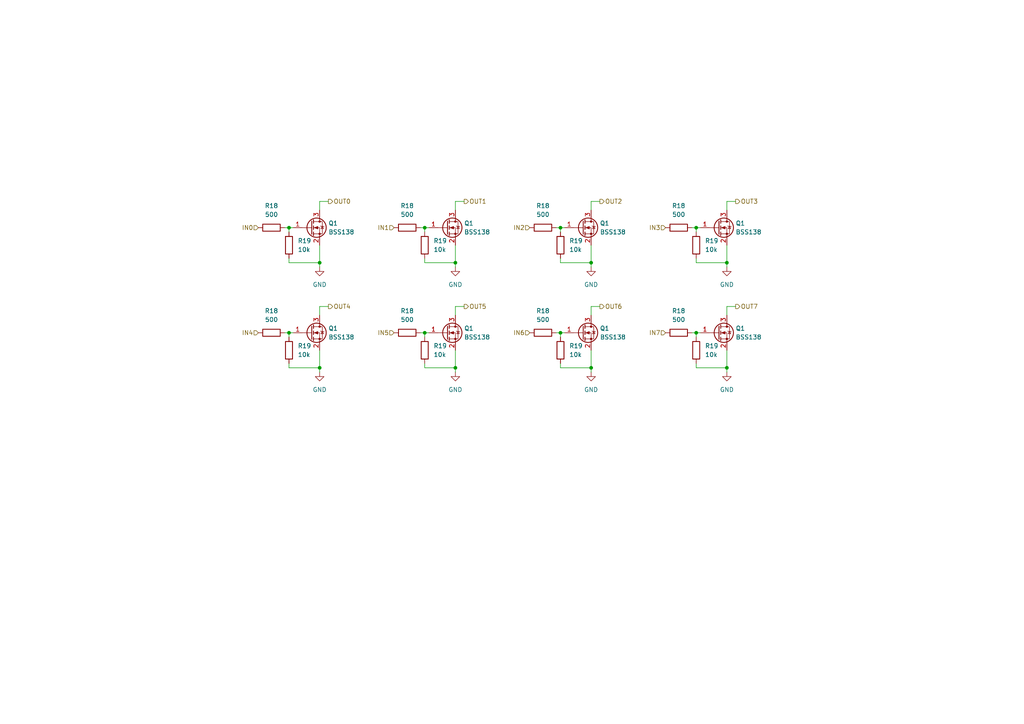
<source format=kicad_sch>
(kicad_sch (version 20230121) (generator eeschema)
  (paper "A4")
  (title_block (title "Volumetric Display") (date "2023-12-18") (rev "V1.0"))
  (lib_symbols
    (symbol "Device:R" (pin_numbers hide) (pin_names (offset 0))
      (property "Reference" "R" (at 2.032 0 90))
      (property "Value" "R" (at 0 0 90))
      (symbol "R_0_1"
        (rectangle (start -1.016 -2.54) (end 1.016 2.54) (stroke (width 0.254)))
      )
      (symbol "R_1_1"
        (pin passive line (at 0 3.81 270) (length 1.27) (name "~") (number "1"))
        (pin passive line (at 0 -3.81 90) (length 1.27) (name "~") (number "2"))
      )
    )
    (symbol "Transistor_FET:BSS138" (pin_names hide)
      (property "Reference" "Q" (at 5.08 1.905 0))
      (property "Value" "BSS138" (at 5.08 0 0))
      (symbol "BSS138_0_1"
        (polyline (pts (xy 0.254 0) (xy -2.54 0)))
        (polyline (pts (xy 0.254 1.905) (xy 0.254 -1.905)) (stroke (width 0.254)))
        (polyline (pts (xy 0.762 -1.27) (xy 0.762 -2.286)) (stroke (width 0.254)))
        (polyline (pts (xy 0.762 0.508) (xy 0.762 -0.508)) (stroke (width 0.254)))
        (polyline (pts (xy 0.762 2.286) (xy 0.762 1.27)) (stroke (width 0.254)))
        (polyline (pts (xy 2.54 2.54) (xy 2.54 1.778)))
        (polyline (pts (xy 2.54 -2.54) (xy 2.54 0) (xy 0.762 0)))
        (polyline (pts (xy 0.762 -1.778) (xy 3.302 -1.778) (xy 3.302 1.778) (xy 0.762 1.778)))
        (polyline (pts (xy 1.016 0) (xy 2.032 0.381) (xy 2.032 -0.381) (xy 1.016 0)) (fill (type outline)))
        (polyline (pts (xy 2.794 0.508) (xy 2.921 0.381) (xy 3.683 0.381) (xy 3.81 0.254)))
        (polyline (pts (xy 3.302 0.381) (xy 2.921 -0.254) (xy 3.683 -0.254) (xy 3.302 0.381)))
        (circle (center 1.651 0) (radius 2.794) (stroke (width 0.254)))
        (circle (center 2.54 -1.778) (radius 0.254) (fill (type outline)))
        (circle (center 2.54 1.778) (radius 0.254) (fill (type outline)))
      )
      (symbol "BSS138_1_1"
        (pin input line (at -5.08 0 0) (length 2.54) (name "G") (number "1"))
        (pin passive line (at 2.54 -5.08 90) (length 2.54) (name "S") (number "2"))
        (pin passive line (at 2.54 5.08 270) (length 2.54) (name "D") (number "3"))
      )
    )
    (symbol "power:GND" (power) (pin_names (offset 0))
      (property "Value" "GND" (at 0 -3.81 0))
      (symbol "GND_0_1"
        (polyline (pts (xy 0 0) (xy 0 -1.27) (xy 1.27 -1.27) (xy 0 -2.54) (xy -1.27 -1.27) (xy 0 -1.27)))
      )
      (symbol "GND_1_1"
        (pin power_in line (at 0 0 270) (length 0) hide (name "GND") (number "1"))
      )
    )
  )
  (junction (at 201.93 96.52))
  (junction (at 123.19 96.52))
  (junction (at 201.93 66.04))
  (junction (at 210.82 76.2))
  (junction (at 162.56 96.52))
  (junction (at 92.71 106.68))
  (junction (at 171.45 76.2))
  (junction (at 132.08 76.2))
  (junction (at 210.82 106.68))
  (junction (at 162.56 66.04))
  (junction (at 83.82 66.04))
  (junction (at 123.19 66.04))
  (junction (at 132.08 106.68))
  (junction (at 83.82 96.52))
  (junction (at 171.45 106.68))
  (junction (at 92.71 76.2))
  (wire (pts (xy 123.19 66.04) (xy 123.19 67.31)))
  (wire (pts (xy 201.93 74.93) (xy 201.93 76.2)))
  (wire (pts (xy 210.82 106.68) (xy 210.82 101.6)))
  (wire (pts (xy 83.82 105.41) (xy 83.82 106.68)))
  (wire (pts (xy 83.82 76.2) (xy 92.71 76.2)))
  (wire (pts (xy 121.92 66.04) (xy 123.19 66.04)))
  (wire (pts (xy 92.71 88.9) (xy 95.25 88.9)))
  (wire (pts (xy 83.82 96.52) (xy 83.82 97.79)))
  (wire (pts (xy 123.19 76.2) (xy 132.08 76.2)))
  (wire (pts (xy 83.82 106.68) (xy 92.71 106.68)))
  (wire (pts (xy 171.45 76.2) (xy 171.45 71.12)))
  (wire (pts (xy 132.08 106.68) (xy 132.08 101.6)))
  (wire (pts (xy 201.93 76.2) (xy 210.82 76.2)))
  (wire (pts (xy 83.82 66.04) (xy 83.82 67.31)))
  (wire (pts (xy 210.82 58.42) (xy 213.36 58.42)))
  (wire (pts (xy 171.45 91.44) (xy 171.45 88.9)))
  (wire (pts (xy 162.56 106.68) (xy 171.45 106.68)))
  (wire (pts (xy 83.82 96.52) (xy 85.09 96.52)))
  (wire (pts (xy 83.82 74.93) (xy 83.82 76.2)))
  (wire (pts (xy 123.19 96.52) (xy 124.46 96.52)))
  (wire (pts (xy 171.45 58.42) (xy 173.99 58.42)))
  (wire (pts (xy 201.93 66.04) (xy 201.93 67.31)))
  (wire (pts (xy 210.82 88.9) (xy 213.36 88.9)))
  (wire (pts (xy 162.56 66.04) (xy 163.83 66.04)))
  (wire (pts (xy 123.19 105.41) (xy 123.19 106.68)))
  (wire (pts (xy 132.08 91.44) (xy 132.08 88.9)))
  (wire (pts (xy 82.55 96.52) (xy 83.82 96.52)))
  (wire (pts (xy 92.71 106.68) (xy 92.71 101.6)))
  (wire (pts (xy 92.71 76.2) (xy 92.71 77.47)))
  (wire (pts (xy 171.45 106.68) (xy 171.45 107.95)))
  (wire (pts (xy 201.93 106.68) (xy 210.82 106.68)))
  (wire (pts (xy 171.45 106.68) (xy 171.45 101.6)))
  (wire (pts (xy 171.45 76.2) (xy 171.45 77.47)))
  (wire (pts (xy 132.08 76.2) (xy 132.08 71.12)))
  (wire (pts (xy 92.71 58.42) (xy 95.25 58.42)))
  (wire (pts (xy 83.82 66.04) (xy 85.09 66.04)))
  (wire (pts (xy 171.45 60.96) (xy 171.45 58.42)))
  (wire (pts (xy 92.71 106.68) (xy 92.71 107.95)))
  (wire (pts (xy 162.56 74.93) (xy 162.56 76.2)))
  (wire (pts (xy 162.56 66.04) (xy 162.56 67.31)))
  (wire (pts (xy 210.82 76.2) (xy 210.82 77.47)))
  (wire (pts (xy 121.92 96.52) (xy 123.19 96.52)))
  (wire (pts (xy 210.82 76.2) (xy 210.82 71.12)))
  (wire (pts (xy 162.56 96.52) (xy 163.83 96.52)))
  (wire (pts (xy 161.29 66.04) (xy 162.56 66.04)))
  (wire (pts (xy 132.08 88.9) (xy 134.62 88.9)))
  (wire (pts (xy 123.19 66.04) (xy 124.46 66.04)))
  (wire (pts (xy 123.19 96.52) (xy 123.19 97.79)))
  (wire (pts (xy 200.66 96.52) (xy 201.93 96.52)))
  (wire (pts (xy 201.93 96.52) (xy 203.2 96.52)))
  (wire (pts (xy 201.93 96.52) (xy 201.93 97.79)))
  (wire (pts (xy 132.08 58.42) (xy 134.62 58.42)))
  (wire (pts (xy 82.55 66.04) (xy 83.82 66.04)))
  (wire (pts (xy 210.82 91.44) (xy 210.82 88.9)))
  (wire (pts (xy 132.08 76.2) (xy 132.08 77.47)))
  (wire (pts (xy 171.45 88.9) (xy 173.99 88.9)))
  (wire (pts (xy 132.08 106.68) (xy 132.08 107.95)))
  (wire (pts (xy 210.82 106.68) (xy 210.82 107.95)))
  (wire (pts (xy 201.93 66.04) (xy 203.2 66.04)))
  (wire (pts (xy 162.56 105.41) (xy 162.56 106.68)))
  (wire (pts (xy 161.29 96.52) (xy 162.56 96.52)))
  (wire (pts (xy 162.56 76.2) (xy 171.45 76.2)))
  (wire (pts (xy 200.66 66.04) (xy 201.93 66.04)))
  (wire (pts (xy 210.82 60.96) (xy 210.82 58.42)))
  (wire (pts (xy 132.08 60.96) (xy 132.08 58.42)))
  (wire (pts (xy 92.71 60.96) (xy 92.71 58.42)))
  (wire (pts (xy 162.56 96.52) (xy 162.56 97.79)))
  (wire (pts (xy 123.19 106.68) (xy 132.08 106.68)))
  (wire (pts (xy 92.71 91.44) (xy 92.71 88.9)))
  (wire (pts (xy 92.71 76.2) (xy 92.71 71.12)))
  (wire (pts (xy 201.93 105.41) (xy 201.93 106.68)))
  (wire (pts (xy 123.19 74.93) (xy 123.19 76.2)))
  (hierarchical_label "IN5" (shape input) (at 114.3 96.52 180))
  (hierarchical_label "IN4" (shape input) (at 74.93 96.52 180))
  (hierarchical_label "OUT6" (shape output) (at 173.99 88.9 0))
  (hierarchical_label "IN0" (shape input) (at 74.93 66.04 180))
  (hierarchical_label "OUT3" (shape output) (at 213.36 58.42 0))
  (hierarchical_label "OUT5" (shape output) (at 134.62 88.9 0))
  (hierarchical_label "IN1" (shape input) (at 114.3 66.04 180))
  (hierarchical_label "OUT7" (shape output) (at 213.36 88.9 0))
  (hierarchical_label "IN6" (shape input) (at 153.67 96.52 180))
  (hierarchical_label "OUT0" (shape output) (at 95.25 58.42 0))
  (hierarchical_label "OUT2" (shape output) (at 173.99 58.42 0))
  (hierarchical_label "IN7" (shape input) (at 193.04 96.52 180))
  (hierarchical_label "OUT1" (shape output) (at 134.62 58.42 0))
  (hierarchical_label "IN3" (shape input) (at 193.04 66.04 180))
  (hierarchical_label "IN2" (shape input) (at 153.67 66.04 180))
  (hierarchical_label "OUT4" (shape output) (at 95.25 88.9 0))
  (symbol (lib_id "power:GND") (at 92.71 107.95 0) (unit 1)
    (property "Reference" "#PWR030" (effects hide))
    (property "Value" "GND" (at 92.71 113.03 0))
  )
  (symbol (lib_id "Device:R") (at 196.85 66.04 90) (unit 1)
    (property "Reference" "R18" (at 196.85 59.69 90))
    (property "Value" "500" (at 196.85 62.23 90))
    (property "Footprint" "Resistor_SMD:R_0603_1608Metric" (effects hide))
    (instances (project "volumetric-display" (path "" (reference "R18") (unit 1)) (path "" (reference "R20") (unit 1))))
  )
  (symbol (lib_id "Device:R") (at 201.93 101.6 0) (unit 1)
    (property "Reference" "R19" (at 204.47 100.33 0) (effects (justify left)))
    (property "Value" "10k" (at 204.47 102.87 0) (effects (justify left)))
    (property "Footprint" "Resistor_SMD:R_0603_1608Metric" (effects hide))
    (instances (project "volumetric-display" (path "" (reference "R19") (unit 1)) (path "" (reference "R32") (unit 1))))
  )
  (symbol (lib_id "power:GND") (at 132.08 77.47 0) (unit 1)
    (property "Reference" "#PWR027" (effects hide))
    (property "Value" "GND" (at 132.08 82.55 0))
  )
  (symbol (lib_id "power:GND") (at 210.82 77.47 0) (unit 1)
    (property "Reference" "#PWR029" (effects hide))
    (property "Value" "GND" (at 210.82 82.55 0))
  )
  (symbol (lib_id "Device:R") (at 83.82 71.12 0) (unit 1)
    (property "Reference" "R19" (at 86.36 69.85 0) (effects (justify left)))
    (property "Value" "10k" (at 86.36 72.39 0) (effects (justify left)))
    (property "Footprint" "Resistor_SMD:R_0603_1608Metric" (effects hide))
    (instances (project "volumetric-display" (path "" (reference "R19") (unit 1)) (path "" (reference "R21") (unit 1))))
  )
  (symbol (lib_id "power:GND") (at 132.08 107.95 0) (unit 1)
    (property "Reference" "#PWR031" (effects hide))
    (property "Value" "GND" (at 132.08 113.03 0))
  )
  (symbol (lib_id "Transistor_FET:BSS138") (at 168.91 96.52 0) (unit 1)
    (property "Reference" "Q1" (at 173.99 95.25 0) (effects (justify left)))
    (property "Value" "BSS138" (at 173.99 97.79 0) (effects (justify left)))
    (property "Footprint" "Package_TO_SOT_SMD:SOT-23" (effects hide))
    (property "Datasheet" "https://www.onsemi.com/pub/Collateral/BSS138-D.PDF" (effects hide))
    (instances (project "volumetric-display" (path "" (reference "Q1") (unit 1)) (path "" (reference "Q8") (unit 1))))
  )
  (symbol (lib_id "Device:R") (at 123.19 71.12 0) (unit 1)
    (property "Reference" "R19" (at 125.73 69.85 0) (effects (justify left)))
    (property "Value" "10k" (at 125.73 72.39 0) (effects (justify left)))
    (property "Footprint" "Resistor_SMD:R_0603_1608Metric" (effects hide))
    (instances (project "volumetric-display" (path "" (reference "R19") (unit 1)) (path "" (reference "R22") (unit 1))))
  )
  (symbol (lib_id "Device:R") (at 162.56 101.6 0) (unit 1)
    (property "Reference" "R19" (at 165.1 100.33 0) (effects (justify left)))
    (property "Value" "10k" (at 165.1 102.87 0) (effects (justify left)))
    (property "Footprint" "Resistor_SMD:R_0603_1608Metric" (effects hide))
    (instances (project "volumetric-display" (path "" (reference "R19") (unit 1)) (path "" (reference "R31") (unit 1))))
  )
  (symbol (lib_id "Device:R") (at 78.74 96.52 90) (unit 1)
    (property "Reference" "R18" (at 78.74 90.17 90))
    (property "Value" "500" (at 78.74 92.71 90))
    (property "Footprint" "Resistor_SMD:R_0603_1608Metric" (effects hide))
    (instances (project "volumetric-display" (path "" (reference "R18") (unit 1)) (path "" (reference "R25") (unit 1))))
  )
  (symbol (lib_id "Transistor_FET:BSS138") (at 208.28 66.04 0) (unit 1)
    (property "Reference" "Q1" (at 213.36 64.77 0) (effects (justify left)))
    (property "Value" "BSS138" (at 213.36 67.31 0) (effects (justify left)))
    (property "Footprint" "Package_TO_SOT_SMD:SOT-23" (effects hide))
    (property "Datasheet" "https://www.onsemi.com/pub/Collateral/BSS138-D.PDF" (effects hide))
    (instances (project "volumetric-display" (path "" (reference "Q1") (unit 1)) (path "" (reference "Q5") (unit 1))))
  )
  (symbol (lib_id "power:GND") (at 171.45 77.47 0) (unit 1)
    (property "Reference" "#PWR028" (effects hide))
    (property "Value" "GND" (at 171.45 82.55 0))
  )
  (symbol (lib_id "Device:R") (at 118.11 66.04 90) (unit 1)
    (property "Reference" "R18" (at 118.11 59.69 90))
    (property "Value" "500" (at 118.11 62.23 90))
    (property "Footprint" "Resistor_SMD:R_0603_1608Metric" (effects hide))
  )
  (symbol (lib_id "Device:R") (at 157.48 96.52 90) (unit 1)
    (property "Reference" "R18" (at 157.48 90.17 90))
    (property "Value" "500" (at 157.48 92.71 90))
    (property "Footprint" "Resistor_SMD:R_0603_1608Metric" (effects hide))
    (instances (project "volumetric-display" (path "" (reference "R18") (unit 1)) (path "" (reference "R27") (unit 1))))
  )
  (symbol (lib_id "Device:R") (at 123.19 101.6 0) (unit 1)
    (property "Reference" "R19" (at 125.73 100.33 0) (effects (justify left)))
    (property "Value" "10k" (at 125.73 102.87 0) (effects (justify left)))
    (property "Footprint" "Resistor_SMD:R_0603_1608Metric" (effects hide))
    (instances (project "volumetric-display" (path "" (reference "R19") (unit 1)) (path "" (reference "R30") (unit 1))))
  )
  (symbol (lib_id "Transistor_FET:BSS138") (at 129.54 66.04 0) (unit 1)
    (property "Reference" "Q1" (at 134.62 64.77 0) (effects (justify left)))
    (property "Value" "BSS138" (at 134.62 67.31 0) (effects (justify left)))
    (property "Footprint" "Package_TO_SOT_SMD:SOT-23" (effects hide))
    (property "Datasheet" "https://www.onsemi.com/pub/Collateral/BSS138-D.PDF" (effects hide))
    (instances (project "volumetric-display" (path "" (reference "Q1") (unit 1)) (path "" (reference "Q3") (unit 1))))
  )
  (symbol (lib_id "Transistor_FET:BSS138") (at 129.54 96.52 0) (unit 1)
    (property "Reference" "Q1" (at 134.62 95.25 0) (effects (justify left)))
    (property "Value" "BSS138" (at 134.62 97.79 0) (effects (justify left)))
    (property "Footprint" "Package_TO_SOT_SMD:SOT-23" (effects hide))
    (property "Datasheet" "https://www.onsemi.com/pub/Collateral/BSS138-D.PDF" (effects hide))
    (instances (project "volumetric-display" (path "" (reference "Q1") (unit 1)) (path "" (reference "Q7") (unit 1))))
  )
  (symbol (lib_id "Device:R") (at 157.48 66.04 90) (unit 1)
    (property "Reference" "R18" (at 157.48 59.69 90))
    (property "Value" "500" (at 157.48 62.23 90))
    (property "Footprint" "Resistor_SMD:R_0603_1608Metric" (effects hide))
    (instances (project "volumetric-display" (path "" (reference "R18") (unit 1)) (path "" (reference "R19") (unit 1))))
  )
  (symbol (lib_id "Device:R") (at 83.82 101.6 0) (unit 1)
    (property "Reference" "R19" (at 86.36 100.33 0) (effects (justify left)))
    (property "Value" "10k" (at 86.36 102.87 0) (effects (justify left)))
    (property "Footprint" "Resistor_SMD:R_0603_1608Metric" (effects hide))
    (instances (project "volumetric-display" (path "" (reference "R19") (unit 1)) (path "" (reference "R29") (unit 1))))
  )
  (symbol (lib_id "power:GND") (at 92.71 77.47 0) (unit 1)
    (property "Reference" "#PWR026" (effects hide))
    (property "Value" "GND" (at 92.71 82.55 0))
  )
  (symbol (lib_id "power:GND") (at 210.82 107.95 0) (unit 1)
    (property "Reference" "#PWR033" (effects hide))
    (property "Value" "GND" (at 210.82 113.03 0))
  )
  (symbol (lib_id "Transistor_FET:BSS138") (at 90.17 96.52 0) (unit 1)
    (property "Reference" "Q1" (at 95.25 95.25 0) (effects (justify left)))
    (property "Value" "BSS138" (at 95.25 97.79 0) (effects (justify left)))
    (property "Footprint" "Package_TO_SOT_SMD:SOT-23" (effects hide))
    (property "Datasheet" "https://www.onsemi.com/pub/Collateral/BSS138-D.PDF" (effects hide))
    (instances (project "volumetric-display" (path "" (reference "Q1") (unit 1)) (path "" (reference "Q6") (unit 1))))
  )
  (symbol (lib_id "power:GND") (at 171.45 107.95 0) (unit 1)
    (property "Reference" "#PWR032" (effects hide))
    (property "Value" "GND" (at 171.45 113.03 0))
  )
  (symbol (lib_id "Device:R") (at 118.11 96.52 90) (unit 1)
    (property "Reference" "R18" (at 118.11 90.17 90))
    (property "Value" "500" (at 118.11 92.71 90))
    (property "Footprint" "Resistor_SMD:R_0603_1608Metric" (effects hide))
    (instances (project "volumetric-display" (path "" (reference "R18") (unit 1)) (path "" (reference "R26") (unit 1))))
  )
  (symbol (lib_id "Device:R") (at 162.56 71.12 0) (unit 1)
    (property "Reference" "R19" (at 165.1 69.85 0) (effects (justify left)))
    (property "Value" "10k" (at 165.1 72.39 0) (effects (justify left)))
    (property "Footprint" "Resistor_SMD:R_0603_1608Metric" (effects hide))
    (instances (project "volumetric-display" (path "" (reference "R19") (unit 1)) (path "" (reference "R23") (unit 1))))
  )
  (symbol (lib_id "Device:R") (at 196.85 96.52 90) (unit 1)
    (property "Reference" "R18" (at 196.85 90.17 90))
    (property "Value" "500" (at 196.85 92.71 90))
    (property "Footprint" "Resistor_SMD:R_0603_1608Metric" (effects hide))
    (instances (project "volumetric-display" (path "" (reference "R18") (unit 1)) (path "" (reference "R28") (unit 1))))
  )
  (symbol (lib_id "Transistor_FET:BSS138") (at 168.91 66.04 0) (unit 1)
    (property "Reference" "Q1" (at 173.99 64.77 0) (effects (justify left)))
    (property "Value" "BSS138" (at 173.99 67.31 0) (effects (justify left)))
    (property "Footprint" "Package_TO_SOT_SMD:SOT-23" (effects hide))
    (property "Datasheet" "https://www.onsemi.com/pub/Collateral/BSS138-D.PDF" (effects hide))
    (instances (project "volumetric-display" (path "" (reference "Q1") (unit 1)) (path "" (reference "Q4") (unit 1))))
  )
  (symbol (lib_id "Device:R") (at 78.74 66.04 90) (unit 1)
    (property "Reference" "R18" (at 78.74 59.69 90))
    (property "Value" "500" (at 78.74 62.23 90))
    (property "Footprint" "Resistor_SMD:R_0603_1608Metric" (effects hide))
    (instances (project "volumetric-display" (path "" (reference "R18") (unit 1)) (path "" (reference "R17") (unit 1))))
  )
  (symbol (lib_id "Transistor_FET:BSS138") (at 90.17 66.04 0) (unit 1)
    (property "Reference" "Q1" (at 95.25 64.77 0) (effects (justify left)))
    (property "Value" "BSS138" (at 95.25 67.31 0) (effects (justify left)))
    (property "Footprint" "Package_TO_SOT_SMD:SOT-23" (effects hide))
    (property "Datasheet" "https://www.onsemi.com/pub/Collateral/BSS138-D.PDF" (effects hide))
    (instances (project "volumetric-display" (path "" (reference "Q1") (unit 1)) (path "" (reference "Q2") (unit 1))))
  )
  (symbol (lib_id "Transistor_FET:BSS138") (at 208.28 96.52 0) (unit 1)
    (property "Reference" "Q1" (at 213.36 95.25 0) (effects (justify left)))
    (property "Value" "BSS138" (at 213.36 97.79 0) (effects (justify left)))
    (property "Footprint" "Package_TO_SOT_SMD:SOT-23" (effects hide))
    (property "Datasheet" "https://www.onsemi.com/pub/Collateral/BSS138-D.PDF" (effects hide))
    (instances (project "volumetric-display" (path "" (reference "Q1") (unit 1)) (path "" (reference "Q9") (unit 1))))
  )
  (symbol (lib_id "Device:R") (at 201.93 71.12 0) (unit 1)
    (property "Reference" "R19" (at 204.47 69.85 0) (effects (justify left)))
    (property "Value" "10k" (at 204.47 72.39 0) (effects (justify left)))
    (property "Footprint" "Resistor_SMD:R_0603_1608Metric" (effects hide))
    (instances (project "volumetric-display" (path "" (reference "R19") (unit 1)) (path "" (reference "R24") (unit 1))))
  )
)
</source>
